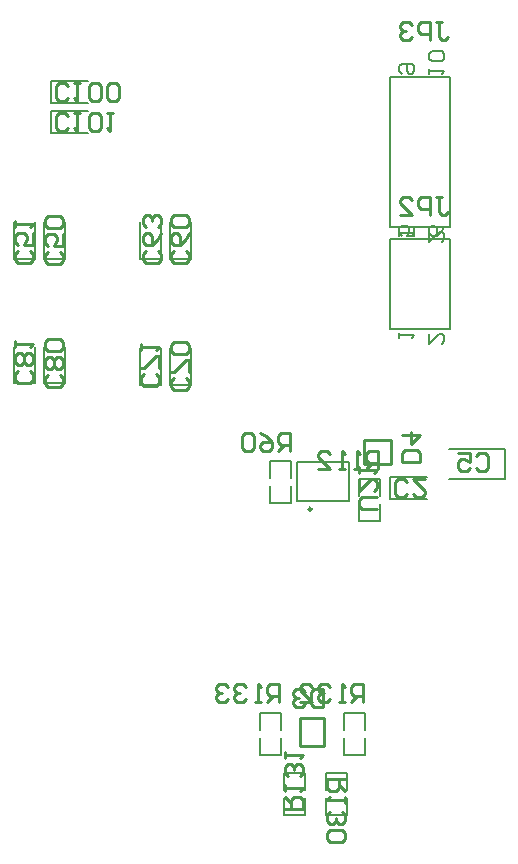
<source format=gbo>
%FSLAX24Y24*%
%MOIN*%
G70*
G01*
G75*
%ADD10C,0.0100*%
%ADD11R,0.0394X0.0433*%
%ADD12R,0.0374X0.0354*%
%ADD13R,0.0630X0.0335*%
%ADD14R,0.0315X0.0118*%
%ADD15R,0.0118X0.0315*%
%ADD16R,0.0571X0.0217*%
%ADD17R,0.0236X0.0787*%
%ADD18R,0.0118X0.0787*%
%ADD19R,0.0591X0.0512*%
%ADD20R,0.0354X0.0374*%
%ADD21R,0.0354X0.0374*%
%ADD22R,0.1063X0.0630*%
%ADD23R,0.0433X0.0394*%
%ADD24R,0.0315X0.0630*%
%ADD25R,0.0709X0.0630*%
%ADD26R,0.0433X0.0394*%
%ADD27R,0.0940X0.1000*%
%ADD28R,0.1300X0.1600*%
%ADD29R,0.6693X0.2500*%
%ADD30R,0.0787X0.0787*%
%ADD31R,0.0236X0.0866*%
%ADD32R,0.0236X0.0866*%
%ADD33R,0.0709X0.1063*%
%ADD34R,0.0394X0.0433*%
%ADD35R,0.0374X0.0354*%
%ADD36R,0.0630X0.0709*%
%ADD37C,0.0400*%
%ADD38C,0.0300*%
%ADD39C,0.0200*%
%ADD40C,0.0500*%
%ADD41C,0.0591*%
%ADD42R,0.0591X0.0591*%
%ADD43C,0.1181*%
%ADD44C,0.1181*%
%ADD45C,0.1575*%
%ADD46C,0.0394*%
%ADD47C,0.0394*%
%ADD48R,0.0315X0.0315*%
%ADD49C,0.0098*%
%ADD50C,0.0079*%
%ADD51C,0.0080*%
D10*
X11600Y-29482D02*
X11994D01*
Y-30387D02*
Y-29482D01*
X11206Y-30387D02*
X11994D01*
X11206D02*
Y-29482D01*
X11600D01*
X14218Y-20994D02*
Y-20600D01*
X13313Y-20994D02*
X14218D01*
X13313D02*
Y-20206D01*
X14218D01*
Y-20600D02*
Y-20206D01*
X10490Y-28950D02*
Y-28350D01*
X10190D01*
X10090Y-28450D01*
Y-28650D01*
X10190Y-28750D01*
X10490D01*
X10290D02*
X10090Y-28950D01*
X9890D02*
X9690D01*
X9790D01*
Y-28350D01*
X9890Y-28450D01*
X9390D02*
X9290Y-28350D01*
X9090D01*
X8990Y-28450D01*
Y-28550D01*
X9090Y-28650D01*
X9190D01*
X9090D01*
X8990Y-28750D01*
Y-28850D01*
X9090Y-28950D01*
X9290D01*
X9390Y-28850D01*
X8791Y-28450D02*
X8691Y-28350D01*
X8491D01*
X8391Y-28450D01*
Y-28550D01*
X8491Y-28650D01*
X8591D01*
X8491D01*
X8391Y-28750D01*
Y-28850D01*
X8491Y-28950D01*
X8691D01*
X8791Y-28850D01*
X13290Y-28950D02*
Y-28350D01*
X12990D01*
X12890Y-28450D01*
Y-28650D01*
X12990Y-28750D01*
X13290D01*
X13090D02*
X12890Y-28950D01*
X12690D02*
X12490D01*
X12590D01*
Y-28350D01*
X12690Y-28450D01*
X12190D02*
X12090Y-28350D01*
X11890D01*
X11790Y-28450D01*
Y-28550D01*
X11890Y-28650D01*
X11990D01*
X11890D01*
X11790Y-28750D01*
Y-28850D01*
X11890Y-28950D01*
X12090D01*
X12190Y-28850D01*
X11191Y-28950D02*
X11591D01*
X11191Y-28550D01*
Y-28450D01*
X11291Y-28350D01*
X11491D01*
X11591Y-28450D01*
X13755Y-22505D02*
X13255D01*
X13155Y-22405D01*
Y-22205D01*
X13255Y-22105D01*
X13755D01*
X13155Y-21505D02*
Y-21905D01*
X13555Y-21505D01*
X13655D01*
X13755Y-21605D01*
Y-21805D01*
X13655Y-21905D01*
X13155Y-21305D02*
Y-21105D01*
Y-21205D01*
X13755D01*
X13655Y-21305D01*
X10700Y-32500D02*
X11300D01*
Y-32200D01*
X11200Y-32100D01*
X11000D01*
X10900Y-32200D01*
Y-32500D01*
Y-32300D02*
X10700Y-32100D01*
Y-31900D02*
Y-31700D01*
Y-31800D01*
X11300D01*
X11200Y-31900D01*
Y-31400D02*
X11300Y-31300D01*
Y-31100D01*
X11200Y-31000D01*
X11100D01*
X11000Y-31100D01*
Y-31200D01*
Y-31100D01*
X10900Y-31000D01*
X10800D01*
X10700Y-31100D01*
Y-31300D01*
X10800Y-31400D01*
X10700Y-30801D02*
Y-30601D01*
Y-30701D01*
X11300D01*
X11200Y-30801D01*
X12700Y-31500D02*
X12100D01*
Y-31800D01*
X12200Y-31900D01*
X12400D01*
X12500Y-31800D01*
Y-31500D01*
Y-31700D02*
X12700Y-31900D01*
Y-32100D02*
Y-32300D01*
Y-32200D01*
X12100D01*
X12200Y-32100D01*
Y-32600D02*
X12100Y-32700D01*
Y-32900D01*
X12200Y-33000D01*
X12300D01*
X12400Y-32900D01*
Y-32800D01*
Y-32900D01*
X12500Y-33000D01*
X12600D01*
X12700Y-32900D01*
Y-32700D01*
X12600Y-32600D01*
X12200Y-33199D02*
X12100Y-33299D01*
Y-33499D01*
X12200Y-33599D01*
X12600D01*
X12700Y-33499D01*
Y-33299D01*
X12600Y-33199D01*
X12200D01*
X13795Y-21155D02*
Y-20555D01*
X13495D01*
X13395Y-20655D01*
Y-20855D01*
X13495Y-20955D01*
X13795D01*
X13595D02*
X13395Y-21155D01*
X13195D02*
X12995D01*
X13095D01*
Y-20555D01*
X13195Y-20655D01*
X12695Y-21155D02*
X12495D01*
X12595D01*
Y-20555D01*
X12695Y-20655D01*
X11796Y-21155D02*
X12196D01*
X11796Y-20755D01*
Y-20655D01*
X11896Y-20555D01*
X12096D01*
X12196Y-20655D01*
X10845Y-20555D02*
Y-19955D01*
X10545D01*
X10445Y-20055D01*
Y-20255D01*
X10545Y-20355D01*
X10845D01*
X10645D02*
X10445Y-20555D01*
X9845Y-19955D02*
X10045Y-20055D01*
X10245Y-20255D01*
Y-20455D01*
X10145Y-20555D01*
X9945D01*
X9845Y-20455D01*
Y-20355D01*
X9945Y-20255D01*
X10245D01*
X9645Y-20055D02*
X9545Y-19955D01*
X9345D01*
X9246Y-20055D01*
Y-20455D01*
X9345Y-20555D01*
X9545D01*
X9645Y-20455D01*
Y-20055D01*
X15195Y-20945D02*
X14595D01*
Y-20645D01*
X14695Y-20545D01*
X15095D01*
X15195Y-20645D01*
Y-20945D01*
X14595Y-20045D02*
X15195D01*
X14895Y-20345D01*
Y-19945D01*
X11945Y-28505D02*
Y-29105D01*
X11645D01*
X11545Y-29005D01*
Y-28605D01*
X11645Y-28505D01*
X11945D01*
X11345Y-28605D02*
X11245Y-28505D01*
X11045D01*
X10945Y-28605D01*
Y-28705D01*
X11045Y-28805D01*
X11145D01*
X11045D01*
X10945Y-28905D01*
Y-29005D01*
X11045Y-29105D01*
X11245D01*
X11345Y-29005D01*
X3450Y-9800D02*
X3350Y-9900D01*
X3150D01*
X3050Y-9800D01*
Y-9400D01*
X3150Y-9300D01*
X3350D01*
X3450Y-9400D01*
X3650Y-9300D02*
X3850D01*
X3750D01*
Y-9900D01*
X3650Y-9800D01*
X4150D02*
X4250Y-9900D01*
X4450D01*
X4550Y-9800D01*
Y-9400D01*
X4450Y-9300D01*
X4250D01*
X4150Y-9400D01*
Y-9800D01*
X4749Y-9300D02*
X4949D01*
X4849D01*
Y-9900D01*
X4749Y-9800D01*
X3450Y-8800D02*
X3350Y-8900D01*
X3150D01*
X3050Y-8800D01*
Y-8400D01*
X3150Y-8300D01*
X3350D01*
X3450Y-8400D01*
X3650Y-8300D02*
X3850D01*
X3750D01*
Y-8900D01*
X3650Y-8800D01*
X4150D02*
X4250Y-8900D01*
X4450D01*
X4550Y-8800D01*
Y-8400D01*
X4450Y-8300D01*
X4250D01*
X4150Y-8400D01*
Y-8800D01*
X4749D02*
X4849Y-8900D01*
X5049D01*
X5149Y-8800D01*
Y-8400D01*
X5049Y-8300D01*
X4849D01*
X4749Y-8400D01*
Y-8800D01*
X15735Y-6275D02*
X15935D01*
X15835D01*
Y-6775D01*
X15935Y-6875D01*
X16035D01*
X16135Y-6775D01*
X15535Y-6875D02*
Y-6275D01*
X15235D01*
X15135Y-6375D01*
Y-6575D01*
X15235Y-6675D01*
X15535D01*
X14935Y-6375D02*
X14835Y-6275D01*
X14635D01*
X14536Y-6375D01*
Y-6475D01*
X14635Y-6575D01*
X14735D01*
X14635D01*
X14536Y-6675D01*
Y-6775D01*
X14635Y-6875D01*
X14835D01*
X14935Y-6775D01*
X15735Y-12085D02*
X15935D01*
X15835D01*
Y-12585D01*
X15935Y-12685D01*
X16035D01*
X16135Y-12585D01*
X15535Y-12685D02*
Y-12085D01*
X15235D01*
X15135Y-12185D01*
Y-12385D01*
X15235Y-12485D01*
X15535D01*
X14536Y-12685D02*
X14935D01*
X14536Y-12285D01*
Y-12185D01*
X14635Y-12085D01*
X14835D01*
X14935Y-12185D01*
X14750Y-22000D02*
X14650Y-22100D01*
X14450D01*
X14350Y-22000D01*
Y-21600D01*
X14450Y-21500D01*
X14650D01*
X14750Y-21600D01*
X15350Y-21500D02*
X14950D01*
X15350Y-21900D01*
Y-22000D01*
X15250Y-22100D01*
X15050D01*
X14950Y-22000D01*
X3200Y-13950D02*
X3300Y-14050D01*
Y-14250D01*
X3200Y-14350D01*
X2800D01*
X2700Y-14250D01*
Y-14050D01*
X2800Y-13950D01*
X3300Y-13350D02*
Y-13750D01*
X3000D01*
X3100Y-13550D01*
Y-13450D01*
X3000Y-13350D01*
X2800D01*
X2700Y-13450D01*
Y-13650D01*
X2800Y-13750D01*
X3200Y-13150D02*
X3300Y-13050D01*
Y-12851D01*
X3200Y-12751D01*
X2800D01*
X2700Y-12851D01*
Y-13050D01*
X2800Y-13150D01*
X3200D01*
X2200Y-13900D02*
X2300Y-14000D01*
Y-14200D01*
X2200Y-14300D01*
X1800D01*
X1700Y-14200D01*
Y-14000D01*
X1800Y-13900D01*
X2300Y-13300D02*
Y-13700D01*
X2000D01*
X2100Y-13500D01*
Y-13400D01*
X2000Y-13300D01*
X1800D01*
X1700Y-13400D01*
Y-13600D01*
X1800Y-13700D01*
X1700Y-13100D02*
Y-12900D01*
Y-13000D01*
X2300D01*
X2200Y-13100D01*
X7400Y-13900D02*
X7500Y-14000D01*
Y-14200D01*
X7400Y-14300D01*
X7000D01*
X6900Y-14200D01*
Y-14000D01*
X7000Y-13900D01*
X7500Y-13300D02*
X7400Y-13500D01*
X7200Y-13700D01*
X7000D01*
X6900Y-13600D01*
Y-13400D01*
X7000Y-13300D01*
X7100D01*
X7200Y-13400D01*
Y-13700D01*
X7400Y-13100D02*
X7500Y-13000D01*
Y-12801D01*
X7400Y-12701D01*
X7000D01*
X6900Y-12801D01*
Y-13000D01*
X7000Y-13100D01*
X7400D01*
Y-18150D02*
X7500Y-18250D01*
Y-18450D01*
X7400Y-18550D01*
X7000D01*
X6900Y-18450D01*
Y-18250D01*
X7000Y-18150D01*
X7500Y-17950D02*
Y-17550D01*
X7400D01*
X7000Y-17950D01*
X6900D01*
X7400Y-17350D02*
X7500Y-17250D01*
Y-17050D01*
X7400Y-16951D01*
X7000D01*
X6900Y-17050D01*
Y-17250D01*
X7000Y-17350D01*
X7400D01*
X6400Y-18000D02*
X6500Y-18100D01*
Y-18300D01*
X6400Y-18400D01*
X6000D01*
X5900Y-18300D01*
Y-18100D01*
X6000Y-18000D01*
X6500Y-17800D02*
Y-17400D01*
X6400D01*
X6000Y-17800D01*
X5900D01*
Y-17200D02*
Y-17000D01*
Y-17100D01*
X6500D01*
X6400Y-17200D01*
X3200Y-18050D02*
X3300Y-18150D01*
Y-18350D01*
X3200Y-18450D01*
X2800D01*
X2700Y-18350D01*
Y-18150D01*
X2800Y-18050D01*
X3200Y-17850D02*
X3300Y-17750D01*
Y-17550D01*
X3200Y-17450D01*
X3100D01*
X3000Y-17550D01*
X2900Y-17450D01*
X2800D01*
X2700Y-17550D01*
Y-17750D01*
X2800Y-17850D01*
X2900D01*
X3000Y-17750D01*
X3100Y-17850D01*
X3200D01*
X3000Y-17750D02*
Y-17550D01*
X3200Y-17250D02*
X3300Y-17150D01*
Y-16951D01*
X3200Y-16851D01*
X2800D01*
X2700Y-16951D01*
Y-17150D01*
X2800Y-17250D01*
X3200D01*
X2200Y-17900D02*
X2300Y-18000D01*
Y-18200D01*
X2200Y-18300D01*
X1800D01*
X1700Y-18200D01*
Y-18000D01*
X1800Y-17900D01*
X2200Y-17700D02*
X2300Y-17600D01*
Y-17400D01*
X2200Y-17300D01*
X2100D01*
X2000Y-17400D01*
X1900Y-17300D01*
X1800D01*
X1700Y-17400D01*
Y-17600D01*
X1800Y-17700D01*
X1900D01*
X2000Y-17600D01*
X2100Y-17700D01*
X2200D01*
X2000Y-17600D02*
Y-17400D01*
X1700Y-17100D02*
Y-16900D01*
Y-17000D01*
X2300D01*
X2200Y-17100D01*
X6450Y-13900D02*
X6550Y-14000D01*
Y-14200D01*
X6450Y-14300D01*
X6050D01*
X5950Y-14200D01*
Y-14000D01*
X6050Y-13900D01*
X6550Y-13300D02*
X6450Y-13500D01*
X6250Y-13700D01*
X6050D01*
X5950Y-13600D01*
Y-13400D01*
X6050Y-13300D01*
X6150D01*
X6250Y-13400D01*
Y-13700D01*
X6450Y-13100D02*
X6550Y-13000D01*
Y-12801D01*
X6450Y-12701D01*
X6350D01*
X6250Y-12801D01*
Y-12900D01*
Y-12801D01*
X6150Y-12701D01*
X6050D01*
X5950Y-12801D01*
Y-13000D01*
X6050Y-13100D01*
X17050Y-20750D02*
X17150Y-20650D01*
X17350D01*
X17450Y-20750D01*
Y-21150D01*
X17350Y-21250D01*
X17150D01*
X17050Y-21150D01*
X16450Y-20650D02*
X16850D01*
Y-20950D01*
X16650Y-20850D01*
X16550D01*
X16450Y-20950D01*
Y-21150D01*
X16550Y-21250D01*
X16750D01*
X16850Y-21150D01*
D49*
X11576Y-22506D02*
G03*
X11576Y-22506I-49J0D01*
G01*
D50*
X10554Y-30709D02*
Y-30138D01*
X9845Y-30709D02*
Y-30138D01*
Y-30709D02*
X10554D01*
X9845Y-29291D02*
X10554D01*
Y-29862D02*
Y-29291D01*
X9845Y-29862D02*
Y-29291D01*
X12646Y-29862D02*
Y-29291D01*
X13355Y-29862D02*
Y-29291D01*
X12646D02*
X13355D01*
X12646Y-30709D02*
X13355D01*
X12646D02*
Y-30138D01*
X13355Y-30709D02*
Y-30138D01*
X14200Y-13100D02*
Y-8100D01*
X16200Y-13100D02*
Y-8100D01*
X14200Y-13100D02*
X16200D01*
X14200Y-8100D02*
X16200D01*
X18024Y-21512D02*
Y-20488D01*
X16173Y-21512D02*
X18024D01*
X16173Y-20488D02*
X18024D01*
X5846Y-14159D02*
X6554D01*
X5846D02*
Y-12938D01*
X6554Y-14159D02*
Y-12938D01*
X1646Y-18309D02*
X2354D01*
X1646D02*
Y-17088D01*
X2354Y-18309D02*
Y-17088D01*
X2646Y-18309D02*
X3354D01*
X2646D02*
Y-17088D01*
X3354Y-18309D02*
Y-17088D01*
X5846Y-18359D02*
X6554D01*
X5846D02*
Y-17138D01*
X6554Y-18359D02*
Y-17138D01*
X6846Y-18359D02*
X7554D01*
X6846D02*
Y-17138D01*
X7554Y-18359D02*
Y-17138D01*
X6846Y-14159D02*
X7554D01*
X6846D02*
Y-12938D01*
X7554Y-14159D02*
Y-12938D01*
X1646Y-14159D02*
X2354D01*
X1646D02*
Y-12938D01*
X2354Y-14159D02*
Y-12938D01*
X2646Y-14159D02*
X3354D01*
X2646D02*
Y-12938D01*
X3354Y-14159D02*
Y-12938D01*
X14191Y-22154D02*
X15412D01*
X14191Y-21446D02*
X15412D01*
X14191Y-22154D02*
Y-21446D01*
X14200Y-13500D02*
X16200D01*
X14200Y-16500D02*
X16200D01*
Y-13500D01*
X14200Y-16500D02*
Y-13500D01*
Y-15417D02*
Y-13500D01*
X2891Y-8954D02*
Y-8246D01*
X4112D01*
X2891Y-8954D02*
X4112D01*
X2891Y-9954D02*
Y-9246D01*
X4112D01*
X2891Y-9954D02*
X4112D01*
X10904Y-22309D02*
Y-21738D01*
X10196Y-22309D02*
Y-21738D01*
Y-22309D02*
X10904D01*
X10196Y-20891D02*
X10904D01*
Y-21462D02*
Y-20891D01*
X10196Y-21462D02*
Y-20891D01*
X13854Y-22909D02*
Y-22338D01*
X13146Y-22909D02*
Y-22338D01*
Y-22909D02*
X13854D01*
X13146Y-21491D02*
X13854D01*
Y-22062D02*
Y-21491D01*
X13146Y-22062D02*
Y-21491D01*
X12754Y-32709D02*
Y-32138D01*
X12046Y-32709D02*
Y-32138D01*
Y-32709D02*
X12754D01*
X12046Y-31291D02*
X12754D01*
Y-31862D02*
Y-31291D01*
X12046Y-31862D02*
Y-31291D01*
X11354Y-32709D02*
Y-32138D01*
X10646Y-32709D02*
Y-32138D01*
Y-32709D02*
X11354D01*
X10646Y-31291D02*
X11354D01*
Y-31862D02*
Y-31291D01*
X10646Y-31862D02*
Y-31291D01*
X12816Y-22250D02*
Y-20950D01*
X11084Y-22250D02*
Y-20950D01*
Y-22250D02*
X12816D01*
X11084Y-20950D02*
X12816D01*
D51*
X15500Y-8000D02*
Y-7833D01*
Y-7917D01*
X16000D01*
X15917Y-8000D01*
Y-7583D02*
X16000Y-7500D01*
Y-7334D01*
X15917Y-7250D01*
X15583D01*
X15500Y-7334D01*
Y-7500D01*
X15583Y-7583D01*
X15917D01*
X14583Y-8000D02*
X14500Y-7917D01*
Y-7750D01*
X14583Y-7667D01*
X14917D01*
X15000Y-7750D01*
Y-7917D01*
X14917Y-8000D01*
X14833D01*
X14750Y-7917D01*
Y-7667D01*
X14500Y-13400D02*
Y-13233D01*
Y-13317D01*
X15000D01*
X14917Y-13400D01*
X15500Y-13267D02*
Y-13600D01*
X15833Y-13267D01*
X15917D01*
X16000Y-13350D01*
Y-13517D01*
X15917Y-13600D01*
X16000Y-13067D02*
X15917Y-13233D01*
X15750Y-13400D01*
X15583D01*
X15500Y-13317D01*
Y-13150D01*
X15583Y-13067D01*
X15667D01*
X15750Y-13150D01*
Y-13400D01*
X15000Y-13067D02*
Y-13400D01*
X14750D01*
X14833Y-13233D01*
Y-13150D01*
X14750Y-13067D01*
X14583D01*
X14500Y-13150D01*
Y-13317D01*
X14583Y-13400D01*
X15500Y-16667D02*
Y-17000D01*
X15833Y-16667D01*
X15917D01*
X16000Y-16750D01*
Y-16917D01*
X15917Y-17000D01*
X14500Y-16800D02*
Y-16633D01*
Y-16717D01*
X15000D01*
X14917Y-16800D01*
M02*

</source>
